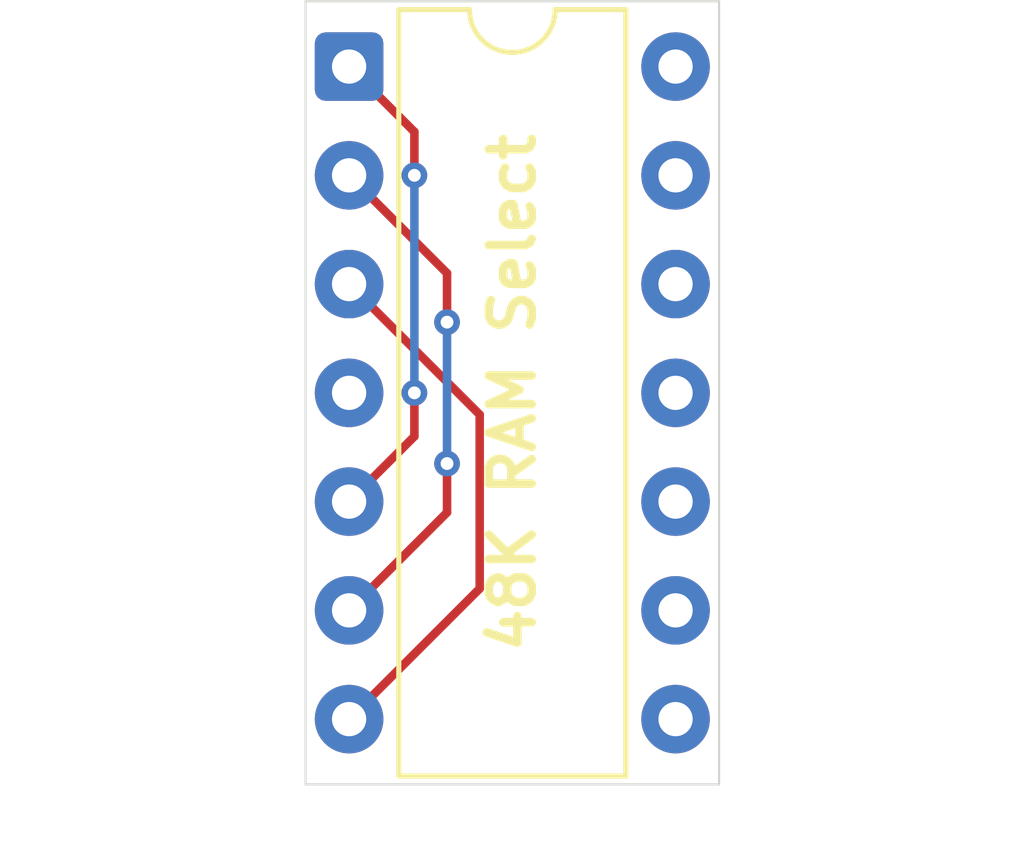
<source format=kicad_pcb>
(kicad_pcb (version 20241229) (generator "pcbnew") (generator_version "9.0")
  (title_block (title "48K RAM Select") (date "2025-06-27") (rev "V0"))
  (layers (0 "F.Cu" signal) (2 "B.Cu" signal) (13 "F.Paste" user) (15 "B.Paste" user) (5 "F.SilkS" user "F.Silkscreen") (7 "B.SilkS" user "B.Silkscreen") (1 "F.Mask" user) (3 "B.Mask" user) (25 "Edge.Cuts" user))
  (net 0 "")
  (net 5 "Net-(J5-Pin_1)")
  (net 8 "Net-(J5-Pin_2)")
  (net 11 "Net-(J5-Pin_3)")
  (footprint "Package_DIP:DIP-14_W7.62mm" (layer "F.Cu") (at 0 0)
    (property "Reference" "J5" (hide yes))
    (property "Value" "Conn_02x07_Counter_Clockwise")
    (fp_line (start 1.16 -1.33) (end 1.16 16.57) (stroke (width 0.12)) (layer "F.SilkS"))
    (fp_line (start 1.16 16.57) (end 6.46 16.57) (stroke (width 0.12)) (layer "F.SilkS"))
    (fp_line (start 2.81 -1.33) (end 1.16 -1.33) (stroke (width 0.12)) (layer "F.SilkS"))
    (fp_line (start 6.46 -1.33) (end 4.81 -1.33) (stroke (width 0.12)) (layer "F.SilkS"))
    (fp_line (start 6.46 16.57) (end 6.46 -1.33) (stroke (width 0.12)) (layer "F.SilkS"))
    (fp_arc (start 4.81 -1.33) (mid 3.81 -0.33) (end 2.81 -1.33) (stroke (width 0.12)) (layer "F.SilkS"))
    (pad "1" thru_hole roundrect (at 0 0) (size 1.6 1.6) (drill 0.8) (layers "*.Cu" "*.Mask") (roundrect_rratio 0.15625) (net 5 "Net-(J5-Pin_1)"))
    (pad "2" thru_hole circle (at 0 2.54) (size 1.6 1.6) (drill 0.8) (layers "*.Cu" "*.Mask") (net 8 "Net-(J5-Pin_2)"))
    (pad "3" thru_hole circle (at 0 5.08) (size 1.6 1.6) (drill 0.8) (layers "*.Cu" "*.Mask") (net 11 "Net-(J5-Pin_3)"))
    (pad "4" thru_hole circle (at 0 7.62) (size 1.6 1.6) (drill 0.8) (layers "*.Cu" "*.Mask"))
    (pad "5" thru_hole circle (at 0 10.16) (size 1.6 1.6) (drill 0.8) (layers "*.Cu" "*.Mask") (net 5 "Net-(J5-Pin_1)"))
    (pad "6" thru_hole circle (at 0 12.7) (size 1.6 1.6) (drill 0.8) (layers "*.Cu" "*.Mask") (net 8 "Net-(J5-Pin_2)"))
    (pad "7" thru_hole circle (at 0 15.24) (size 1.6 1.6) (drill 0.8) (layers "*.Cu" "*.Mask") (net 11 "Net-(J5-Pin_3)"))
    (pad "8" thru_hole circle (at 7.62 15.24) (size 1.6 1.6) (drill 0.8) (layers "*.Cu" "*.Mask"))
    (pad "9" thru_hole circle (at 7.62 12.7) (size 1.6 1.6) (drill 0.8) (layers "*.Cu" "*.Mask"))
    (pad "10" thru_hole circle (at 7.62 10.16) (size 1.6 1.6) (drill 0.8) (layers "*.Cu" "*.Mask"))
    (pad "11" thru_hole circle (at 7.62 7.62) (size 1.6 1.6) (drill 0.8) (layers "*.Cu" "*.Mask"))
    (pad "12" thru_hole circle (at 7.62 5.08) (size 1.6 1.6) (drill 0.8) (layers "*.Cu" "*.Mask"))
    (pad "13" thru_hole circle (at 7.62 2.54) (size 1.6 1.6) (drill 0.8) (layers "*.Cu" "*.Mask"))
    (pad "14" thru_hole circle (at 7.62 0) (size 1.6 1.6) (drill 0.8) (layers "*.Cu" "*.Mask"))
  )
  (gr_line (start -1.016 16.764) (end -1.016 -1.524) (stroke (width 0.05)) (layer "Edge.Cuts"))
  (gr_line (start 8.636 -1.524) (end 8.636 16.764) (stroke (width 0.05)) (layer "Edge.Cuts"))
  (gr_line (start -1.016 -1.524) (end 8.636 -1.524) (stroke (width 0.05)) (layer "Edge.Cuts"))
  (gr_line (start 8.636 16.764) (end -1.016 16.764) (stroke (width 0.05)) (layer "Edge.Cuts"))
  (gr_text "48K RAM Select" (at 3.81 7.62 90) (layer "F.SilkS") (effects (font (size 1 1) (thickness 0.2) (bold yes))))
  (segment (start 0 10.16) (end 1.524 8.636) (width 0.2) (layer "F.Cu") (net 5))
  (segment (start 0 0) (end 1.524 1.524) (width 0.2) (layer "F.Cu") (net 5))
  (segment (start 1.524 8.636) (end 1.524 7.62) (width 0.2) (layer "F.Cu") (net 5))
  (segment (start 1.524 1.524) (end 1.524 2.54) (width 0.2) (layer "F.Cu") (net 5))
  (via (at 1.524 2.54) (size 0.6) (drill 0.3) (layers "F.Cu" "B.Cu") (net 5))
  (via (at 1.524 7.62) (size 0.6) (drill 0.3) (layers "F.Cu" "B.Cu") (net 5))
  (segment (start 1.524 7.62) (end 1.524 2.54) (width 0.2) (layer "B.Cu") (net 5))
  (segment (start 0 2.54) (end 2.286 4.826) (width 0.2) (layer "F.Cu") (net 8))
  (segment (start 2.286 10.414) (end 2.286 9.271) (width 0.2) (layer "F.Cu") (net 8))
  (segment (start 2.286 4.826) (end 2.286 5.969) (width 0.2) (layer "F.Cu") (net 8))
  (segment (start 0 12.7) (end 2.286 10.414) (width 0.2) (layer "F.Cu") (net 8))
  (via (at 2.286 5.969) (size 0.6) (drill 0.3) (layers "F.Cu" "B.Cu") (net 8))
  (via (at 2.286 9.271) (size 0.6) (drill 0.3) (layers "F.Cu" "B.Cu") (net 8))
  (segment (start 2.286 9.271) (end 2.286 5.969) (width 0.2) (layer "B.Cu") (net 8))
  (segment (start 3.048 8.128) (end 0 5.08) (width 0.2) (layer "F.Cu") (net 11))
  (segment (start 3.048 12.192) (end 3.048 8.128) (width 0.2) (layer "F.Cu") (net 11))
  (segment (start 0 15.24) (end 3.048 12.192) (width 0.2) (layer "F.Cu") (net 11))
)
</source>
